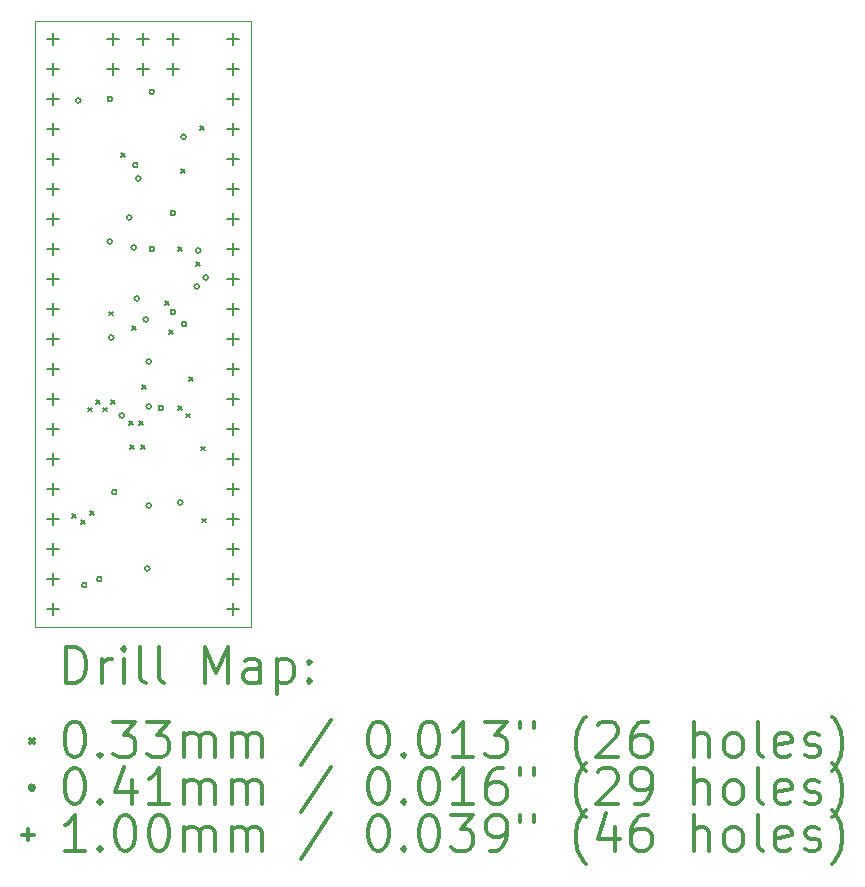
<source format=gbr>
G04 CAM350 V9.5.1 (Build 211) Date:  Tue May 10 22:39:25 2016 *
G04 Database: (Untitled) *
G04 Layer 11: STM32Mini-drl_m *
%FSLAX45Y45*%
%MOMM*%
%SFA1.000B1.000*%

%MIA0B0*%
%IPPOS*%
%ADD10C,0.10000*%
%ADD38C,0.20000*%
%ADD39C,0.30000*%
%LNSTM32Mini-drl_m*%
%LPD*%
G54D10*
X13817600Y-11087100D02*
G01X13830300D01*
X13817600Y-5956300D02*
G01Y-11087100D01*
X15646400Y-5956300D02*
G01X13817600D01*
X15646400Y-11061700D02*
G01Y-5956300D01*
Y-11087100D02*
G01Y-11061700D01*
X13830300Y-11087100D02*
G01X15646400D01*
G54D38*
X14131290Y-10130790D02*
G01X14164310Y-10163810D01*
Y-10130790D02*
G01X14131290Y-10163810D01*
X14207490Y-10181590D02*
G01X14240510Y-10214610D01*
Y-10181590D02*
G01X14207490Y-10214610D01*
X14270990Y-9229090D02*
G01X14304010Y-9262110D01*
Y-9229090D02*
G01X14270990Y-9262110D01*
X14283690Y-10105390D02*
G01X14316710Y-10138410D01*
Y-10105390D02*
G01X14283690Y-10138410D01*
X14334490Y-9165590D02*
G01X14367510Y-9198610D01*
Y-9165590D02*
G01X14334490Y-9198610D01*
X14397990Y-9229090D02*
G01X14431010Y-9262110D01*
Y-9229090D02*
G01X14397990Y-9262110D01*
X14448790Y-8416290D02*
G01X14481810Y-8449310D01*
Y-8416290D02*
G01X14448790Y-8449310D01*
X14461490Y-9165590D02*
G01X14494510Y-9198610D01*
Y-9165590D02*
G01X14461490Y-9198610D01*
X14547850Y-7072630D02*
G01X14580870Y-7105650D01*
Y-7072630D02*
G01X14547850Y-7105650D01*
X14613890Y-9343390D02*
G01X14646910Y-9376410D01*
Y-9343390D02*
G01X14613890Y-9376410D01*
X14626590Y-9546590D02*
G01X14659610Y-9579610D01*
Y-9546590D02*
G01X14626590Y-9579610D01*
X14639290Y-8540750D02*
G01X14672310Y-8573770D01*
Y-8540750D02*
G01X14639290Y-8573770D01*
X14702790Y-9343390D02*
G01X14735810Y-9376410D01*
Y-9343390D02*
G01X14702790Y-9376410D01*
X14715490Y-9546590D02*
G01X14748510Y-9579610D01*
Y-9546590D02*
G01X14715490Y-9579610D01*
X14728190Y-9038590D02*
G01X14761210Y-9071610D01*
Y-9038590D02*
G01X14728190Y-9071610D01*
X14918690Y-8327390D02*
G01X14951710Y-8360410D01*
Y-8327390D02*
G01X14918690Y-8360410D01*
X14954250Y-8571230D02*
G01X14987270Y-8604250D01*
Y-8571230D02*
G01X14954250Y-8604250D01*
X15032990Y-7870190D02*
G01X15066010Y-7903210D01*
Y-7870190D02*
G01X15032990Y-7903210D01*
Y-9216390D02*
G01X15066010Y-9249410D01*
Y-9216390D02*
G01X15032990Y-9249410D01*
X15058390Y-7209790D02*
G01X15091410Y-7242810D01*
Y-7209790D02*
G01X15058390Y-7242810D01*
X15096490Y-9279890D02*
G01X15129510Y-9312910D01*
Y-9279890D02*
G01X15096490Y-9312910D01*
X15121890Y-8972550D02*
G01X15154910Y-9005570D01*
Y-8972550D02*
G01X15121890Y-9005570D01*
X15185390Y-7997190D02*
G01X15218410Y-8030210D01*
Y-7997190D02*
G01X15185390Y-8030210D01*
X15213330Y-6844030D02*
G01X15246350Y-6877050D01*
Y-6844030D02*
G01X15213330Y-6877050D01*
X15223490Y-9559290D02*
G01X15256510Y-9592310D01*
Y-9559290D02*
G01X15223490Y-9592310D01*
X15236190Y-10168890D02*
G01X15269210Y-10201910D01*
Y-10168890D02*
G01X15236190Y-10201910D01*
X14206220Y-6629400D02*
G75*
G03X14206220Y-6629400I-20320D01*
X14257020Y-10731500D02*
G03X14257020Y-10731500I-20320D01*
X14384020Y-10680700D02*
G03X14384020Y-10680700I-20320D01*
X14472920Y-6616700D02*
G03X14472920Y-6616700I-20320D01*
Y-7823200D02*
G03X14472920Y-7823200I-20320D01*
X14485620Y-8636000D02*
G03X14485620Y-8636000I-20320D01*
X14511020Y-9944100D02*
G03X14511020Y-9944100I-20320D01*
X14574520Y-9296400D02*
G03X14574520Y-9296400I-20320D01*
X14638020Y-7620000D02*
G03X14638020Y-7620000I-20320D01*
X14676120Y-7874000D02*
G03X14676120Y-7874000I-20320D01*
X14688820Y-7175500D02*
G03X14688820Y-7175500I-20320D01*
X14701520Y-8305800D02*
G03X14701520Y-8305800I-20320D01*
X14714220Y-7289800D02*
G03X14714220Y-7289800I-20320D01*
X14777720Y-8483600D02*
G03X14777720Y-8483600I-20320D01*
X14790420Y-10591800D02*
G03X14790420Y-10591800I-20320D01*
X14803120Y-8839200D02*
G03X14803120Y-8839200I-20320D01*
Y-9220200D02*
G03X14803120Y-9220200I-20320D01*
Y-10058400D02*
G03X14803120Y-10058400I-20320D01*
X14828520Y-6555740D02*
G03X14828520Y-6555740I-20320D01*
Y-7886700D02*
G03X14828520Y-7886700I-20320D01*
X14904720Y-9232900D02*
G03X14904720Y-9232900I-20320D01*
X15006320Y-7581900D02*
G03X15006320Y-7581900I-20320D01*
Y-8420100D02*
G03X15006320Y-8420100I-20320D01*
X15069820Y-10033000D02*
G03X15069820Y-10033000I-20320D01*
X15097760Y-6936740D02*
G03X15097760Y-6936740I-20320D01*
X15102840Y-8521700D02*
G03X15102840Y-8521700I-20320D01*
X15209520Y-8204200D02*
G03X15209520Y-8204200I-20320D01*
X15222220Y-7899400D02*
G03X15222220Y-7899400I-20320D01*
X15285720Y-8128000D02*
G03X15285720Y-8128000I-20320D01*
X13970000Y-6058662D02*
G01Y-6158738D01*
X13919962Y-6108700D02*
G01X14020038D01*
X13970000Y-6312662D02*
G01Y-6412738D01*
X13919962Y-6362700D02*
G01X14020038D01*
X13970000Y-6566662D02*
G01Y-6666738D01*
X13919962Y-6616700D02*
G01X14020038D01*
X13970000Y-6820662D02*
G01Y-6920738D01*
X13919962Y-6870700D02*
G01X14020038D01*
X13970000Y-7074662D02*
G01Y-7174738D01*
X13919962Y-7124700D02*
G01X14020038D01*
X13970000Y-7328662D02*
G01Y-7428738D01*
X13919962Y-7378700D02*
G01X14020038D01*
X13970000Y-7582662D02*
G01Y-7682738D01*
X13919962Y-7632700D02*
G01X14020038D01*
X13970000Y-7836662D02*
G01Y-7936738D01*
X13919962Y-7886700D02*
G01X14020038D01*
X13970000Y-8090662D02*
G01Y-8190738D01*
X13919962Y-8140700D02*
G01X14020038D01*
X13970000Y-8344662D02*
G01Y-8444738D01*
X13919962Y-8394700D02*
G01X14020038D01*
X13970000Y-8598662D02*
G01Y-8698738D01*
X13919962Y-8648700D02*
G01X14020038D01*
X13970000Y-8852662D02*
G01Y-8952738D01*
X13919962Y-8902700D02*
G01X14020038D01*
X13970000Y-9106662D02*
G01Y-9206738D01*
X13919962Y-9156700D02*
G01X14020038D01*
X13970000Y-9360662D02*
G01Y-9460738D01*
X13919962Y-9410700D02*
G01X14020038D01*
X13970000Y-9614662D02*
G01Y-9714738D01*
X13919962Y-9664700D02*
G01X14020038D01*
X13970000Y-9868662D02*
G01Y-9968738D01*
X13919962Y-9918700D02*
G01X14020038D01*
X13970000Y-10122662D02*
G01Y-10222738D01*
X13919962Y-10172700D02*
G01X14020038D01*
X13970000Y-10376662D02*
G01Y-10476738D01*
X13919962Y-10426700D02*
G01X14020038D01*
X13970000Y-10630662D02*
G01Y-10730738D01*
X13919962Y-10680700D02*
G01X14020038D01*
X13970000Y-10884662D02*
G01Y-10984738D01*
X13919962Y-10934700D02*
G01X14020038D01*
X14478000Y-6058662D02*
G01Y-6158738D01*
X14427962Y-6108700D02*
G01X14528038D01*
X14478000Y-6312662D02*
G01Y-6412738D01*
X14427962Y-6362700D02*
G01X14528038D01*
X14732000Y-6058662D02*
G01Y-6158738D01*
X14681962Y-6108700D02*
G01X14782038D01*
X14732000Y-6312662D02*
G01Y-6412738D01*
X14681962Y-6362700D02*
G01X14782038D01*
X14986000Y-6058662D02*
G01Y-6158738D01*
X14935962Y-6108700D02*
G01X15036038D01*
X14986000Y-6312662D02*
G01Y-6412738D01*
X14935962Y-6362700D02*
G01X15036038D01*
X15494200Y-6058662D02*
G01Y-6158738D01*
X15444162Y-6108700D02*
G01X15544238D01*
X15494200Y-6312662D02*
G01Y-6412738D01*
X15444162Y-6362700D02*
G01X15544238D01*
X15494200Y-6566662D02*
G01Y-6666738D01*
X15444162Y-6616700D02*
G01X15544238D01*
X15494200Y-6820662D02*
G01Y-6920738D01*
X15444162Y-6870700D02*
G01X15544238D01*
X15494200Y-7074662D02*
G01Y-7174738D01*
X15444162Y-7124700D02*
G01X15544238D01*
X15494200Y-7328662D02*
G01Y-7428738D01*
X15444162Y-7378700D02*
G01X15544238D01*
X15494200Y-7582662D02*
G01Y-7682738D01*
X15444162Y-7632700D02*
G01X15544238D01*
X15494200Y-7836662D02*
G01Y-7936738D01*
X15444162Y-7886700D02*
G01X15544238D01*
X15494200Y-8090662D02*
G01Y-8190738D01*
X15444162Y-8140700D02*
G01X15544238D01*
X15494200Y-8344662D02*
G01Y-8444738D01*
X15444162Y-8394700D02*
G01X15544238D01*
X15494200Y-8598662D02*
G01Y-8698738D01*
X15444162Y-8648700D02*
G01X15544238D01*
X15494200Y-8852662D02*
G01Y-8952738D01*
X15444162Y-8902700D02*
G01X15544238D01*
X15494200Y-9106662D02*
G01Y-9206738D01*
X15444162Y-9156700D02*
G01X15544238D01*
X15494200Y-9360662D02*
G01Y-9460738D01*
X15444162Y-9410700D02*
G01X15544238D01*
X15494200Y-9614662D02*
G01Y-9714738D01*
X15444162Y-9664700D02*
G01X15544238D01*
X15494200Y-9868662D02*
G01Y-9968738D01*
X15444162Y-9918700D02*
G01X15544238D01*
X15494200Y-10122662D02*
G01Y-10222738D01*
X15444162Y-10172700D02*
G01X15544238D01*
X15494200Y-10376662D02*
G01Y-10476738D01*
X15444162Y-10426700D02*
G01X15544238D01*
X15494200Y-10630662D02*
G01Y-10730738D01*
X15444162Y-10680700D02*
G01X15544238D01*
X15494200Y-10884662D02*
G01Y-10984738D01*
X15444162Y-10934700D02*
G01X15544238D01*
G54D39*
X14084028Y-11557814D02*
G01Y-11257814D01*
X14155457*
X14198314Y-11272100*
X14226886Y-11300671*
X14241171Y-11329243*
X14255457Y-11386386*
Y-11429243*
X14241171Y-11486386*
X14226886Y-11514957*
X14198314Y-11543529*
X14155457Y-11557814*
X14084028*
X14384028D02*
G01Y-11357814D01*
Y-11414957D02*
G01X14398314Y-11386386D01*
X14412600Y-11372100*
X14441171Y-11357814*
X14469743*
X14569743Y-11557814D02*
G01Y-11357814D01*
Y-11257814D02*
G01X14555457Y-11272100D01*
X14569743Y-11286386*
X14584028Y-11272100*
X14569743Y-11257814*
Y-11286386*
X14755457Y-11557814D02*
G01X14726886Y-11543529D01*
X14712600Y-11514957*
Y-11257814*
X14912600Y-11557814D02*
G01X14884028Y-11543529D01*
X14869743Y-11514957*
Y-11257814*
X15255457Y-11557814D02*
G01Y-11257814D01*
X15355457Y-11472100*
X15455457Y-11257814*
Y-11557814*
X15726886D02*
G01Y-11400671D01*
X15712600Y-11372100*
X15684028Y-11357814*
X15626886*
X15598314Y-11372100*
X15726886Y-11543529D02*
G01X15698314Y-11557814D01*
X15626886*
X15598314Y-11543529*
X15584028Y-11514957*
Y-11486386*
X15598314Y-11457814*
X15626886Y-11443529*
X15698314*
X15726886Y-11429243*
X15869743Y-11357814D02*
G01Y-11657814D01*
Y-11372100D02*
G01X15898314Y-11357814D01*
X15955457*
X15984028Y-11372100*
X15998314Y-11386386*
X16012600Y-11414957*
Y-11500671*
X15998314Y-11529243*
X15984028Y-11543529*
X15955457Y-11557814*
X15898314*
X15869743Y-11543529*
X16141171Y-11529243D02*
G01X16155457Y-11543529D01*
X16141171Y-11557814*
X16126886Y-11543529*
X16141171Y-11529243*
Y-11557814*
Y-11372100D02*
G01X16155457Y-11386386D01*
X16141171Y-11400671*
X16126886Y-11386386*
X16141171Y-11372100*
Y-11400671*
X13779580Y-12035590D02*
G01X13812600Y-12068610D01*
Y-12035590D02*
G01X13779580Y-12068610D01*
X14141171Y-11887814D02*
G01X14169743D01*
X14198314Y-11902100*
X14212600Y-11916386*
X14226886Y-11944957*
X14241171Y-12002100*
Y-12073529*
X14226886Y-12130671*
X14212600Y-12159243*
X14198314Y-12173529*
X14169743Y-12187814*
X14141171*
X14112600Y-12173529*
X14098314Y-12159243*
X14084028Y-12130671*
X14069743Y-12073529*
Y-12002100*
X14084028Y-11944957*
X14098314Y-11916386*
X14112600Y-11902100*
X14141171Y-11887814*
X14369743Y-12159243D02*
G01X14384028Y-12173529D01*
X14369743Y-12187814*
X14355457Y-12173529*
X14369743Y-12159243*
Y-12187814*
X14484028Y-11887814D02*
G01X14669743D01*
X14569743Y-12002100*
X14612600*
X14641171Y-12016386*
X14655457Y-12030671*
X14669743Y-12059243*
Y-12130671*
X14655457Y-12159243*
X14641171Y-12173529*
X14612600Y-12187814*
X14526886*
X14498314Y-12173529*
X14484028Y-12159243*
X14769743Y-11887814D02*
G01X14955457D01*
X14855457Y-12002100*
X14898314*
X14926886Y-12016386*
X14941171Y-12030671*
X14955457Y-12059243*
Y-12130671*
X14941171Y-12159243*
X14926886Y-12173529*
X14898314Y-12187814*
X14812600*
X14784028Y-12173529*
X14769743Y-12159243*
X15084028Y-12187814D02*
G01Y-11987814D01*
Y-12016386D02*
G01X15098314Y-12002100D01*
X15126886Y-11987814*
X15169743*
X15198314Y-12002100*
X15212600Y-12030671*
Y-12187814*
Y-12030671D02*
G01X15226886Y-12002100D01*
X15255457Y-11987814*
X15298314*
X15326886Y-12002100*
X15341171Y-12030671*
Y-12187814*
X15484028D02*
G01Y-11987814D01*
Y-12016386D02*
G01X15498314Y-12002100D01*
X15526886Y-11987814*
X15569743*
X15598314Y-12002100*
X15612600Y-12030671*
Y-12187814*
Y-12030671D02*
G01X15626886Y-12002100D01*
X15655457Y-11987814*
X15698314*
X15726886Y-12002100*
X15741171Y-12030671*
Y-12187814*
X16326886Y-11873529D02*
G01X16069743Y-12259243D01*
X16712600Y-11887814D02*
G01X16741171D01*
X16769743Y-11902100*
X16784028Y-11916386*
X16798314Y-11944957*
X16812600Y-12002100*
Y-12073529*
X16798314Y-12130671*
X16784028Y-12159243*
X16769743Y-12173529*
X16741171Y-12187814*
X16712600*
X16684028Y-12173529*
X16669743Y-12159243*
X16655457Y-12130671*
X16641171Y-12073529*
Y-12002100*
X16655457Y-11944957*
X16669743Y-11916386*
X16684028Y-11902100*
X16712600Y-11887814*
X16941171Y-12159243D02*
G01X16955457Y-12173529D01*
X16941171Y-12187814*
X16926886Y-12173529*
X16941171Y-12159243*
Y-12187814*
X17141171Y-11887814D02*
G01X17169743D01*
X17198314Y-11902100*
X17212600Y-11916386*
X17226886Y-11944957*
X17241171Y-12002100*
Y-12073529*
X17226886Y-12130671*
X17212600Y-12159243*
X17198314Y-12173529*
X17169743Y-12187814*
X17141171*
X17112600Y-12173529*
X17098314Y-12159243*
X17084028Y-12130671*
X17069743Y-12073529*
Y-12002100*
X17084028Y-11944957*
X17098314Y-11916386*
X17112600Y-11902100*
X17141171Y-11887814*
X17526886Y-12187814D02*
G01X17355457D01*
X17441171D02*
G01Y-11887814D01*
X17412600Y-11930671*
X17384028Y-11959243*
X17355457Y-11973529*
X17626886Y-11887814D02*
G01X17812600D01*
X17712600Y-12002100*
X17755457*
X17784028Y-12016386*
X17798314Y-12030671*
X17812600Y-12059243*
Y-12130671*
X17798314Y-12159243*
X17784028Y-12173529*
X17755457Y-12187814*
X17669743*
X17641171Y-12173529*
X17626886Y-12159243*
X17926886Y-11887814D02*
G01Y-11944957D01*
X18041171Y-11887814D02*
G01Y-11944957D01*
X18484028Y-12302100D02*
G01X18469743Y-12287814D01*
X18441171Y-12244957*
X18426886Y-12216386*
X18412600Y-12173529*
X18398314Y-12102100*
Y-12044957*
X18412600Y-11973529*
X18426886Y-11930671*
X18441171Y-11902100*
X18469743Y-11859243*
X18484028Y-11844957*
X18584028Y-11916386D02*
G01X18598314Y-11902100D01*
X18626886Y-11887814*
X18698314*
X18726886Y-11902100*
X18741171Y-11916386*
X18755457Y-11944957*
Y-11973529*
X18741171Y-12016386*
X18569743Y-12187814*
X18755457*
X19012600Y-11887814D02*
G01X18955457D01*
X18926886Y-11902100*
X18912600Y-11916386*
X18884028Y-11959243*
X18869743Y-12016386*
Y-12130671*
X18884028Y-12159243*
X18898314Y-12173529*
X18926886Y-12187814*
X18984028*
X19012600Y-12173529*
X19026886Y-12159243*
X19041171Y-12130671*
Y-12059243*
X19026886Y-12030671*
X19012600Y-12016386*
X18984028Y-12002100*
X18926886*
X18898314Y-12016386*
X18884028Y-12030671*
X18869743Y-12059243*
X19398314Y-12187814D02*
G01Y-11887814D01*
X19526886Y-12187814D02*
G01Y-12030671D01*
X19512600Y-12002100*
X19484028Y-11987814*
X19441171*
X19412600Y-12002100*
X19398314Y-12016386*
X19712600Y-12187814D02*
G01X19684028Y-12173529D01*
X19669743Y-12159243*
X19655457Y-12130671*
Y-12044957*
X19669743Y-12016386*
X19684028Y-12002100*
X19712600Y-11987814*
X19755457*
X19784028Y-12002100*
X19798314Y-12016386*
X19812600Y-12044957*
Y-12130671*
X19798314Y-12159243*
X19784028Y-12173529*
X19755457Y-12187814*
X19712600*
X19984028D02*
G01X19955457Y-12173529D01*
X19941171Y-12144957*
Y-11887814*
X20212600Y-12173529D02*
G01X20184029Y-12187814D01*
X20126886*
X20098314Y-12173529*
X20084029Y-12144957*
Y-12030671*
X20098314Y-12002100*
X20126886Y-11987814*
X20184029*
X20212600Y-12002100*
X20226886Y-12030671*
Y-12059243*
X20084029Y-12087814*
X20341171Y-12173529D02*
G01X20369743Y-12187814D01*
X20426886*
X20455457Y-12173529*
X20469743Y-12144957*
Y-12130671*
X20455457Y-12102100*
X20426886Y-12087814*
X20384029*
X20355457Y-12073529*
X20341171Y-12044957*
Y-12030671*
X20355457Y-12002100*
X20384029Y-11987814*
X20426886*
X20455457Y-12002100*
X20569743Y-12302100D02*
G01X20584029Y-12287814D01*
X20612600Y-12244957*
X20626886Y-12216386*
X20641171Y-12173529*
X20655457Y-12102100*
Y-12044957*
X20641171Y-11973529*
X20626886Y-11930671*
X20612600Y-11902100*
X20584029Y-11859243*
X20569743Y-11844957*
X13812600Y-12448100D02*
G03X13812600Y-12448100I-20320D01*
X14141171Y-12283814D02*
G01X14169743D01*
X14198314Y-12298100*
X14212600Y-12312386*
X14226886Y-12340957*
X14241171Y-12398100*
Y-12469529*
X14226886Y-12526671*
X14212600Y-12555243*
X14198314Y-12569529*
X14169743Y-12583814*
X14141171*
X14112600Y-12569529*
X14098314Y-12555243*
X14084028Y-12526671*
X14069743Y-12469529*
Y-12398100*
X14084028Y-12340957*
X14098314Y-12312386*
X14112600Y-12298100*
X14141171Y-12283814*
X14369743Y-12555243D02*
G01X14384028Y-12569529D01*
X14369743Y-12583814*
X14355457Y-12569529*
X14369743Y-12555243*
Y-12583814*
X14641171Y-12383814D02*
G01Y-12583814D01*
X14569743Y-12269529D02*
G01X14498314Y-12483814D01*
X14684028*
X14955457Y-12583814D02*
G01X14784028D01*
X14869743D02*
G01Y-12283814D01*
X14841171Y-12326671*
X14812600Y-12355243*
X14784028Y-12369529*
X15084028Y-12583814D02*
G01Y-12383814D01*
Y-12412386D02*
G01X15098314Y-12398100D01*
X15126886Y-12383814*
X15169743*
X15198314Y-12398100*
X15212600Y-12426671*
Y-12583814*
Y-12426671D02*
G01X15226886Y-12398100D01*
X15255457Y-12383814*
X15298314*
X15326886Y-12398100*
X15341171Y-12426671*
Y-12583814*
X15484028D02*
G01Y-12383814D01*
Y-12412386D02*
G01X15498314Y-12398100D01*
X15526886Y-12383814*
X15569743*
X15598314Y-12398100*
X15612600Y-12426671*
Y-12583814*
Y-12426671D02*
G01X15626886Y-12398100D01*
X15655457Y-12383814*
X15698314*
X15726886Y-12398100*
X15741171Y-12426671*
Y-12583814*
X16326886Y-12269529D02*
G01X16069743Y-12655243D01*
X16712600Y-12283814D02*
G01X16741171D01*
X16769743Y-12298100*
X16784028Y-12312386*
X16798314Y-12340957*
X16812600Y-12398100*
Y-12469529*
X16798314Y-12526671*
X16784028Y-12555243*
X16769743Y-12569529*
X16741171Y-12583814*
X16712600*
X16684028Y-12569529*
X16669743Y-12555243*
X16655457Y-12526671*
X16641171Y-12469529*
Y-12398100*
X16655457Y-12340957*
X16669743Y-12312386*
X16684028Y-12298100*
X16712600Y-12283814*
X16941171Y-12555243D02*
G01X16955457Y-12569529D01*
X16941171Y-12583814*
X16926886Y-12569529*
X16941171Y-12555243*
Y-12583814*
X17141171Y-12283814D02*
G01X17169743D01*
X17198314Y-12298100*
X17212600Y-12312386*
X17226886Y-12340957*
X17241171Y-12398100*
Y-12469529*
X17226886Y-12526671*
X17212600Y-12555243*
X17198314Y-12569529*
X17169743Y-12583814*
X17141171*
X17112600Y-12569529*
X17098314Y-12555243*
X17084028Y-12526671*
X17069743Y-12469529*
Y-12398100*
X17084028Y-12340957*
X17098314Y-12312386*
X17112600Y-12298100*
X17141171Y-12283814*
X17526886Y-12583814D02*
G01X17355457D01*
X17441171D02*
G01Y-12283814D01*
X17412600Y-12326671*
X17384028Y-12355243*
X17355457Y-12369529*
X17784028Y-12283814D02*
G01X17726886D01*
X17698314Y-12298100*
X17684028Y-12312386*
X17655457Y-12355243*
X17641171Y-12412386*
Y-12526671*
X17655457Y-12555243*
X17669743Y-12569529*
X17698314Y-12583814*
X17755457*
X17784028Y-12569529*
X17798314Y-12555243*
X17812600Y-12526671*
Y-12455243*
X17798314Y-12426671*
X17784028Y-12412386*
X17755457Y-12398100*
X17698314*
X17669743Y-12412386*
X17655457Y-12426671*
X17641171Y-12455243*
X17926886Y-12283814D02*
G01Y-12340957D01*
X18041171Y-12283814D02*
G01Y-12340957D01*
X18484028Y-12698100D02*
G01X18469743Y-12683814D01*
X18441171Y-12640957*
X18426886Y-12612386*
X18412600Y-12569529*
X18398314Y-12498100*
Y-12440957*
X18412600Y-12369529*
X18426886Y-12326671*
X18441171Y-12298100*
X18469743Y-12255243*
X18484028Y-12240957*
X18584028Y-12312386D02*
G01X18598314Y-12298100D01*
X18626886Y-12283814*
X18698314*
X18726886Y-12298100*
X18741171Y-12312386*
X18755457Y-12340957*
Y-12369529*
X18741171Y-12412386*
X18569743Y-12583814*
X18755457*
X18898314D02*
G01X18955457D01*
X18984028Y-12569529*
X18998314Y-12555243*
X19026886Y-12512386*
X19041171Y-12455243*
Y-12340957*
X19026886Y-12312386*
X19012600Y-12298100*
X18984028Y-12283814*
X18926886*
X18898314Y-12298100*
X18884028Y-12312386*
X18869743Y-12340957*
Y-12412386*
X18884028Y-12440957*
X18898314Y-12455243*
X18926886Y-12469529*
X18984028*
X19012600Y-12455243*
X19026886Y-12440957*
X19041171Y-12412386*
X19398314Y-12583814D02*
G01Y-12283814D01*
X19526886Y-12583814D02*
G01Y-12426671D01*
X19512600Y-12398100*
X19484028Y-12383814*
X19441171*
X19412600Y-12398100*
X19398314Y-12412386*
X19712600Y-12583814D02*
G01X19684028Y-12569529D01*
X19669743Y-12555243*
X19655457Y-12526671*
Y-12440957*
X19669743Y-12412386*
X19684028Y-12398100*
X19712600Y-12383814*
X19755457*
X19784028Y-12398100*
X19798314Y-12412386*
X19812600Y-12440957*
Y-12526671*
X19798314Y-12555243*
X19784028Y-12569529*
X19755457Y-12583814*
X19712600*
X19984028D02*
G01X19955457Y-12569529D01*
X19941171Y-12540957*
Y-12283814*
X20212600Y-12569529D02*
G01X20184029Y-12583814D01*
X20126886*
X20098314Y-12569529*
X20084029Y-12540957*
Y-12426671*
X20098314Y-12398100*
X20126886Y-12383814*
X20184029*
X20212600Y-12398100*
X20226886Y-12426671*
Y-12455243*
X20084029Y-12483814*
X20341171Y-12569529D02*
G01X20369743Y-12583814D01*
X20426886*
X20455457Y-12569529*
X20469743Y-12540957*
Y-12526671*
X20455457Y-12498100*
X20426886Y-12483814*
X20384029*
X20355457Y-12469529*
X20341171Y-12440957*
Y-12426671*
X20355457Y-12398100*
X20384029Y-12383814*
X20426886*
X20455457Y-12398100*
X20569743Y-12698100D02*
G01X20584029Y-12683814D01*
X20612600Y-12640957*
X20626886Y-12612386*
X20641171Y-12569529*
X20655457Y-12498100*
Y-12440957*
X20641171Y-12369529*
X20626886Y-12326671*
X20612600Y-12298100*
X20584029Y-12255243*
X20569743Y-12240957*
X13762562Y-12794062D02*
G01Y-12894138D01*
X13712524Y-12844100D02*
G01X13812600D01*
X14241171Y-12979814D02*
G01X14069743D01*
X14155457D02*
G01Y-12679814D01*
X14126886Y-12722671*
X14098314Y-12751243*
X14069743Y-12765529*
X14369743Y-12951243D02*
G01X14384028Y-12965529D01*
X14369743Y-12979814*
X14355457Y-12965529*
X14369743Y-12951243*
Y-12979814*
X14569743Y-12679814D02*
G01X14598314D01*
X14626886Y-12694100*
X14641171Y-12708386*
X14655457Y-12736957*
X14669743Y-12794100*
Y-12865529*
X14655457Y-12922671*
X14641171Y-12951243*
X14626886Y-12965529*
X14598314Y-12979814*
X14569743*
X14541171Y-12965529*
X14526886Y-12951243*
X14512600Y-12922671*
X14498314Y-12865529*
Y-12794100*
X14512600Y-12736957*
X14526886Y-12708386*
X14541171Y-12694100*
X14569743Y-12679814*
X14855457D02*
G01X14884028D01*
X14912600Y-12694100*
X14926886Y-12708386*
X14941171Y-12736957*
X14955457Y-12794100*
Y-12865529*
X14941171Y-12922671*
X14926886Y-12951243*
X14912600Y-12965529*
X14884028Y-12979814*
X14855457*
X14826886Y-12965529*
X14812600Y-12951243*
X14798314Y-12922671*
X14784028Y-12865529*
Y-12794100*
X14798314Y-12736957*
X14812600Y-12708386*
X14826886Y-12694100*
X14855457Y-12679814*
X15084028Y-12979814D02*
G01Y-12779814D01*
Y-12808386D02*
G01X15098314Y-12794100D01*
X15126886Y-12779814*
X15169743*
X15198314Y-12794100*
X15212600Y-12822671*
Y-12979814*
Y-12822671D02*
G01X15226886Y-12794100D01*
X15255457Y-12779814*
X15298314*
X15326886Y-12794100*
X15341171Y-12822671*
Y-12979814*
X15484028D02*
G01Y-12779814D01*
Y-12808386D02*
G01X15498314Y-12794100D01*
X15526886Y-12779814*
X15569743*
X15598314Y-12794100*
X15612600Y-12822671*
Y-12979814*
Y-12822671D02*
G01X15626886Y-12794100D01*
X15655457Y-12779814*
X15698314*
X15726886Y-12794100*
X15741171Y-12822671*
Y-12979814*
X16326886Y-12665529D02*
G01X16069743Y-13051243D01*
X16712600Y-12679814D02*
G01X16741171D01*
X16769743Y-12694100*
X16784028Y-12708386*
X16798314Y-12736957*
X16812600Y-12794100*
Y-12865529*
X16798314Y-12922671*
X16784028Y-12951243*
X16769743Y-12965529*
X16741171Y-12979814*
X16712600*
X16684028Y-12965529*
X16669743Y-12951243*
X16655457Y-12922671*
X16641171Y-12865529*
Y-12794100*
X16655457Y-12736957*
X16669743Y-12708386*
X16684028Y-12694100*
X16712600Y-12679814*
X16941171Y-12951243D02*
G01X16955457Y-12965529D01*
X16941171Y-12979814*
X16926886Y-12965529*
X16941171Y-12951243*
Y-12979814*
X17141171Y-12679814D02*
G01X17169743D01*
X17198314Y-12694100*
X17212600Y-12708386*
X17226886Y-12736957*
X17241171Y-12794100*
Y-12865529*
X17226886Y-12922671*
X17212600Y-12951243*
X17198314Y-12965529*
X17169743Y-12979814*
X17141171*
X17112600Y-12965529*
X17098314Y-12951243*
X17084028Y-12922671*
X17069743Y-12865529*
Y-12794100*
X17084028Y-12736957*
X17098314Y-12708386*
X17112600Y-12694100*
X17141171Y-12679814*
X17341171D02*
G01X17526886D01*
X17426886Y-12794100*
X17469743*
X17498314Y-12808386*
X17512600Y-12822671*
X17526886Y-12851243*
Y-12922671*
X17512600Y-12951243*
X17498314Y-12965529*
X17469743Y-12979814*
X17384028*
X17355457Y-12965529*
X17341171Y-12951243*
X17669743Y-12979814D02*
G01X17726886D01*
X17755457Y-12965529*
X17769743Y-12951243*
X17798314Y-12908386*
X17812600Y-12851243*
Y-12736957*
X17798314Y-12708386*
X17784028Y-12694100*
X17755457Y-12679814*
X17698314*
X17669743Y-12694100*
X17655457Y-12708386*
X17641171Y-12736957*
Y-12808386*
X17655457Y-12836957*
X17669743Y-12851243*
X17698314Y-12865529*
X17755457*
X17784028Y-12851243*
X17798314Y-12836957*
X17812600Y-12808386*
X17926886Y-12679814D02*
G01Y-12736957D01*
X18041171Y-12679814D02*
G01Y-12736957D01*
X18484028Y-13094100D02*
G01X18469743Y-13079814D01*
X18441171Y-13036957*
X18426886Y-13008386*
X18412600Y-12965529*
X18398314Y-12894100*
Y-12836957*
X18412600Y-12765529*
X18426886Y-12722671*
X18441171Y-12694100*
X18469743Y-12651243*
X18484028Y-12636957*
X18726886Y-12779814D02*
G01Y-12979814D01*
X18655457Y-12665529D02*
G01X18584028Y-12879814D01*
X18769743*
X19012600Y-12679814D02*
G01X18955457D01*
X18926886Y-12694100*
X18912600Y-12708386*
X18884028Y-12751243*
X18869743Y-12808386*
Y-12922671*
X18884028Y-12951243*
X18898314Y-12965529*
X18926886Y-12979814*
X18984028*
X19012600Y-12965529*
X19026886Y-12951243*
X19041171Y-12922671*
Y-12851243*
X19026886Y-12822671*
X19012600Y-12808386*
X18984028Y-12794100*
X18926886*
X18898314Y-12808386*
X18884028Y-12822671*
X18869743Y-12851243*
X19398314Y-12979814D02*
G01Y-12679814D01*
X19526886Y-12979814D02*
G01Y-12822671D01*
X19512600Y-12794100*
X19484028Y-12779814*
X19441171*
X19412600Y-12794100*
X19398314Y-12808386*
X19712600Y-12979814D02*
G01X19684028Y-12965529D01*
X19669743Y-12951243*
X19655457Y-12922671*
Y-12836957*
X19669743Y-12808386*
X19684028Y-12794100*
X19712600Y-12779814*
X19755457*
X19784028Y-12794100*
X19798314Y-12808386*
X19812600Y-12836957*
Y-12922671*
X19798314Y-12951243*
X19784028Y-12965529*
X19755457Y-12979814*
X19712600*
X19984028D02*
G01X19955457Y-12965529D01*
X19941171Y-12936957*
Y-12679814*
X20212600Y-12965529D02*
G01X20184029Y-12979814D01*
X20126886*
X20098314Y-12965529*
X20084029Y-12936957*
Y-12822671*
X20098314Y-12794100*
X20126886Y-12779814*
X20184029*
X20212600Y-12794100*
X20226886Y-12822671*
Y-12851243*
X20084029Y-12879814*
X20341171Y-12965529D02*
G01X20369743Y-12979814D01*
X20426886*
X20455457Y-12965529*
X20469743Y-12936957*
Y-12922671*
X20455457Y-12894100*
X20426886Y-12879814*
X20384029*
X20355457Y-12865529*
X20341171Y-12836957*
Y-12822671*
X20355457Y-12794100*
X20384029Y-12779814*
X20426886*
X20455457Y-12794100*
X20569743Y-13094100D02*
G01X20584029Y-13079814D01*
X20612600Y-13036957*
X20626886Y-13008386*
X20641171Y-12965529*
X20655457Y-12894100*
Y-12836957*
X20641171Y-12765529*
X20626886Y-12722671*
X20612600Y-12694100*
X20584029Y-12651243*
X20569743Y-12636957*
M02*

</source>
